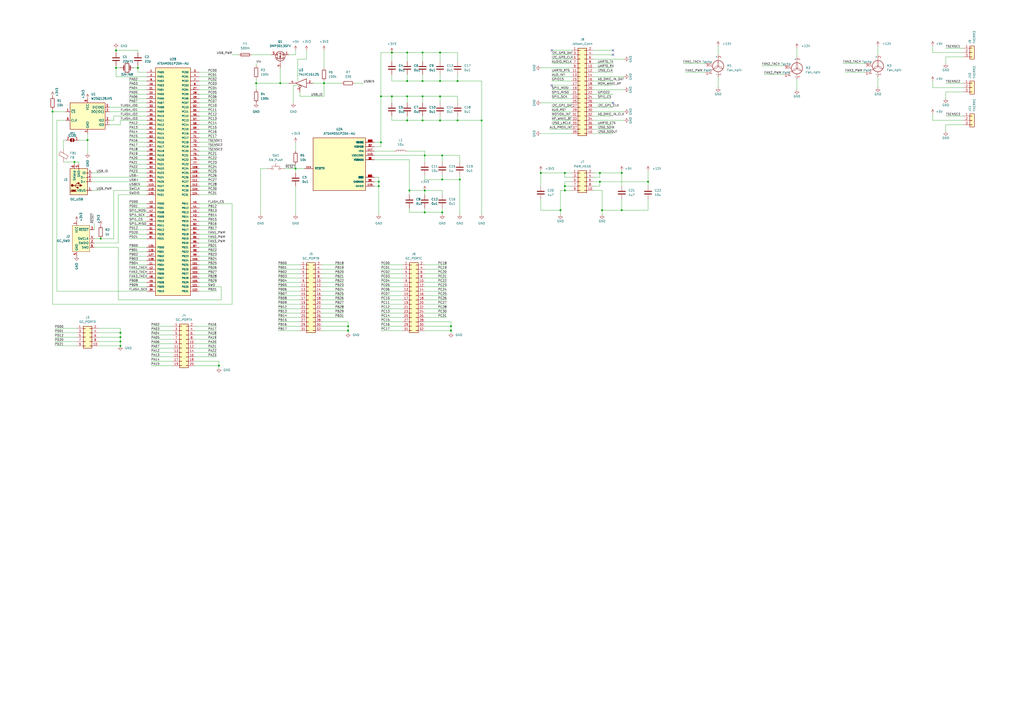
<source format=kicad_sch>
(kicad_sch (version 20211123) (generator eeschema)
  (paper "A2")
  (junction (at 349.25 121.92))
  (junction (at 30.48 64.77))
  (junction (at 313.69 100.33))
  (junction (at 256.54 90.17))
  (junction (at 148.59 48.26))
  (junction (at 219.71 105.41))
  (junction (at 327.66 107.95))
  (junction (at 69.85 193.04))
  (junction (at 347.98 100.33))
  (junction (at 69.85 195.58))
  (junction (at 245.11 46.99))
  (junction (at 219.71 107.95))
  (junction (at 69.85 200.66))
  (junction (at 261.62 191.77))
  (junction (at 266.7 104.14))
  (junction (at 127 212.09))
  (junction (at 255.27 55.88))
  (junction (at 245.11 55.88))
  (junction (at 171.45 97.79))
  (junction (at 255.27 30.48))
  (junction (at 347.98 105.41))
  (junction (at 375.92 105.41))
  (junction (at 220.98 82.55))
  (junction (at 67.31 39.37))
  (junction (at 246.38 123.19))
  (junction (at 279.4 69.85))
  (junction (at 201.93 191.77))
  (junction (at 236.22 46.99))
  (junction (at 227.33 30.48))
  (junction (at 245.11 69.85))
  (junction (at 327.66 100.33))
  (junction (at 255.27 46.99))
  (junction (at 360.68 121.92))
  (junction (at 236.22 69.85))
  (junction (at 69.85 198.12))
  (junction (at 236.22 55.88))
  (junction (at 58.42 138.43))
  (junction (at 360.68 100.33))
  (junction (at 245.11 30.48))
  (junction (at 236.22 30.48))
  (junction (at 265.43 69.85))
  (junction (at 201.93 189.23))
  (junction (at 256.54 123.19))
  (junction (at 227.33 55.88))
  (junction (at 256.54 104.14))
  (junction (at 265.43 46.99))
  (junction (at 162.56 48.26))
  (junction (at 220.98 55.88))
  (junction (at 43.18 93.98))
  (junction (at 237.49 110.49))
  (junction (at 50.8 81.28))
  (junction (at 67.31 29.21))
  (junction (at 255.27 69.85))
  (junction (at 187.96 48.26))
  (junction (at 246.38 110.49))
  (junction (at 327.66 110.49))
  (junction (at 261.62 189.23))
  (junction (at 246.38 90.17))
  (junction (at 80.01 39.37))
  (junction (at 325.12 121.92))
  (no_connect (at 320.04 29.21))
  (no_connect (at 355.6 31.75))
  (no_connect (at 355.6 59.69))
  (no_connect (at 355.6 29.21))
  (no_connect (at 320.04 49.53))
  (bus_entry (at -6.35 106.68) (size 2.54 2.54))
  (bus_entry (at 833.12 726.44) (size 2.54 2.54))
  (bus_entry (at -3.81 138.43) (size 2.54 2.54))
  (wire (pts (xy 320.04 69.85) (xy 331.47 69.85)))
  (wire (pts (xy 320.04 64.77) (xy 331.47 64.77)))
  (wire (pts (xy 125.73 69.85) (xy 115.57 69.85)))
  (wire (pts (xy 45.72 95.25) (xy 45.72 93.98)))
  (wire (pts (xy 63.5 62.23) (xy 85.09 62.23)))
  (wire (pts (xy 113.03 201.93) (xy 125.73 201.93)))
  (wire (pts (xy 360.68 100.33) (xy 360.68 107.95)))
  (wire (pts (xy 125.73 140.97) (xy 115.57 140.97)))
  (wire (pts (xy 187.96 48.26) (xy 181.61 48.26)))
  (wire (pts (xy 161.29 163.83) (xy 173.99 163.83)))
  (wire (pts (xy 220.98 176.53) (xy 233.68 176.53)))
  (wire (pts (xy 125.73 41.91) (xy 115.57 41.91)))
  (wire (pts (xy 201.93 186.69) (xy 201.93 189.23)))
  (wire (pts (xy 63.5 64.77) (xy 85.09 64.77)))
  (wire (pts (xy 462.28 45.72) (xy 462.28 52.07)))
  (wire (pts (xy 344.17 100.33) (xy 347.98 100.33)))
  (wire (pts (xy 246.38 171.45) (xy 259.08 171.45)))
  (wire (pts (xy 80.01 41.91) (xy 85.09 41.91)))
  (wire (pts (xy 38.1 64.77) (xy 30.48 64.77)))
  (wire (pts (xy 115.57 143.51) (xy 125.73 143.51)))
  (wire (pts (xy 57.15 198.12) (xy 69.85 198.12)))
  (wire (pts (xy 265.43 30.48) (xy 265.43 35.56)))
  (wire (pts (xy 217.17 82.55) (xy 220.98 82.55)))
  (wire (pts (xy 69.85 198.12) (xy 69.85 195.58)))
  (wire (pts (xy 85.09 120.65) (xy 74.93 120.65)))
  (wire (pts (xy 220.98 171.45) (xy 233.68 171.45)))
  (wire (pts (xy 186.69 184.15) (xy 199.39 184.15)))
  (wire (pts (xy 255.27 46.99) (xy 265.43 46.99)))
  (wire (pts (xy 318.77 74.93) (xy 331.47 74.93)))
  (wire (pts (xy 125.73 97.79) (xy 115.57 97.79)))
  (wire (pts (xy 279.4 46.99) (xy 279.4 69.85)))
  (wire (pts (xy 57.15 193.04) (xy 69.85 193.04)))
  (wire (pts (xy 113.03 194.31) (xy 125.73 194.31)))
  (wire (pts (xy 327.66 110.49) (xy 331.47 110.49)))
  (wire (pts (xy 548.64 72.39) (xy 558.8 72.39)))
  (wire (pts (xy 125.73 46.99) (xy 115.57 46.99)))
  (wire (pts (xy 313.69 59.69) (xy 331.47 59.69)))
  (wire (pts (xy 237.49 92.71) (xy 237.49 110.49)))
  (wire (pts (xy 246.38 93.98) (xy 246.38 90.17)))
  (wire (pts (xy 313.69 77.47) (xy 331.47 77.47)))
  (wire (pts (xy 148.59 38.1) (xy 148.59 36.83)))
  (wire (pts (xy 186.69 153.67) (xy 199.39 153.67)))
  (wire (pts (xy 125.73 92.71) (xy 115.57 92.71)))
  (wire (pts (xy 85.09 82.55) (xy 74.93 82.55)))
  (wire (pts (xy 186.69 181.61) (xy 199.39 181.61)))
  (wire (pts (xy 115.57 118.11) (xy 134.62 118.11)))
  (wire (pts (xy 53.34 102.87) (xy 85.09 102.87)))
  (wire (pts (xy 344.17 72.39) (xy 355.6 72.39)))
  (wire (pts (xy 113.03 212.09) (xy 127 212.09)))
  (wire (pts (xy 256.54 110.49) (xy 256.54 113.03)))
  (wire (pts (xy 87.63 196.85) (xy 100.33 196.85)))
  (wire (pts (xy 320.04 62.23) (xy 331.47 62.23)))
  (wire (pts (xy 220.98 156.21) (xy 233.68 156.21)))
  (wire (pts (xy 220.98 163.83) (xy 233.68 163.83)))
  (wire (pts (xy 256.54 124.46) (xy 256.54 123.19)))
  (wire (pts (xy 85.09 49.53) (xy 74.93 49.53)))
  (wire (pts (xy 125.73 49.53) (xy 115.57 49.53)))
  (wire (pts (xy 36.83 86.36) (xy 36.83 81.28)))
  (wire (pts (xy 125.73 123.19) (xy 115.57 123.19)))
  (wire (pts (xy 167.64 48.26) (xy 162.56 48.26)))
  (wire (pts (xy 313.69 121.92) (xy 325.12 121.92)))
  (wire (pts (xy 85.09 118.11) (xy 74.93 118.11)))
  (wire (pts (xy 127 209.55) (xy 127 212.09)))
  (wire (pts (xy 87.63 194.31) (xy 100.33 194.31)))
  (wire (pts (xy 125.73 95.25) (xy 115.57 95.25)))
  (wire (pts (xy 375.92 105.41) (xy 375.92 99.06)))
  (wire (pts (xy 344.17 39.37) (xy 355.6 39.37)))
  (wire (pts (xy 227.33 69.85) (xy 236.22 69.85)))
  (wire (pts (xy 125.73 125.73) (xy 115.57 125.73)))
  (wire (pts (xy 125.73 163.83) (xy 115.57 163.83)))
  (wire (pts (xy 85.09 52.07) (xy 74.93 52.07)))
  (wire (pts (xy 125.73 102.87) (xy 115.57 102.87)))
  (wire (pts (xy 113.03 189.23) (xy 125.73 189.23)))
  (wire (pts (xy 548.64 53.34) (xy 558.8 53.34)))
  (wire (pts (xy 509.27 31.75) (xy 509.27 26.67)))
  (wire (pts (xy 161.29 181.61) (xy 173.99 181.61)))
  (wire (pts (xy 219.71 102.87) (xy 219.71 105.41)))
  (wire (pts (xy 237.49 110.49) (xy 237.49 113.03)))
  (wire (pts (xy 31.75 195.58) (xy 44.45 195.58)))
  (wire (pts (xy 87.63 204.47) (xy 100.33 204.47)))
  (wire (pts (xy 186.69 179.07) (xy 199.39 179.07)))
  (wire (pts (xy 127 212.09) (xy 127 213.36)))
  (wire (pts (xy 125.73 133.35) (xy 115.57 133.35)))
  (wire (pts (xy 265.43 46.99) (xy 265.43 43.18)))
  (wire (pts (xy 246.38 166.37) (xy 259.08 166.37)))
  (wire (pts (xy 220.98 184.15) (xy 233.68 184.15)))
  (wire (pts (xy 161.29 171.45) (xy 173.99 171.45)))
  (wire (pts (xy 53.34 110.49) (xy 58.42 110.49)))
  (wire (pts (xy 186.69 166.37) (xy 199.39 166.37)))
  (wire (pts (xy 227.33 43.18) (xy 227.33 46.99)))
  (wire (pts (xy 125.73 64.77) (xy 115.57 64.77)))
  (wire (pts (xy 236.22 67.31) (xy 236.22 69.85)))
  (wire (pts (xy 85.09 135.89) (xy 74.93 135.89)))
  (wire (pts (xy 320.04 29.21) (xy 331.47 29.21)))
  (wire (pts (xy 548.64 48.26) (xy 558.8 48.26)))
  (wire (pts (xy 186.69 176.53) (xy 199.39 176.53)))
  (wire (pts (xy 173.99 53.34) (xy 173.99 55.88)))
  (wire (pts (xy 187.96 46.99) (xy 187.96 48.26)))
  (wire (pts (xy 548.64 67.31) (xy 558.8 67.31)))
  (wire (pts (xy 347.98 100.33) (xy 360.68 100.33)))
  (wire (pts (xy 313.69 99.06) (xy 313.69 100.33)))
  (wire (pts (xy 227.33 46.99) (xy 236.22 46.99)))
  (wire (pts (xy 125.73 87.63) (xy 115.57 87.63)))
  (wire (pts (xy 246.38 181.61) (xy 259.08 181.61)))
  (wire (pts (xy 87.63 209.55) (xy 100.33 209.55)))
  (wire (pts (xy 220.98 166.37) (xy 233.68 166.37)))
  (wire (pts (xy 161.29 153.67) (xy 173.99 153.67)))
  (wire (pts (xy 125.73 138.43) (xy 115.57 138.43)))
  (wire (pts (xy 125.73 44.45) (xy 115.57 44.45)))
  (wire (pts (xy 245.11 55.88) (xy 245.11 59.69)))
  (wire (pts (xy 85.09 143.51) (xy 74.93 143.51)))
  (wire (pts (xy 320.04 46.99) (xy 331.47 46.99)))
  (wire (pts (xy 347.98 102.87) (xy 347.98 100.33)))
  (wire (pts (xy 31.75 200.66) (xy 44.45 200.66)))
  (wire (pts (xy 205.74 48.26) (xy 210.82 48.26)))
  (wire (pts (xy 85.09 161.29) (xy 74.93 161.29)))
  (wire (pts (xy 255.27 55.88) (xy 265.43 55.88)))
  (wire (pts (xy 375.92 107.95) (xy 375.92 105.41)))
  (wire (pts (xy 63.5 72.39) (xy 69.85 72.39)))
  (wire (pts (xy 161.29 191.77) (xy 173.99 191.77)))
  (wire (pts (xy 246.38 153.67) (xy 259.08 153.67)))
  (wire (pts (xy 186.69 156.21) (xy 199.39 156.21)))
  (wire (pts (xy 236.22 87.63) (xy 246.38 87.63)))
  (wire (pts (xy 80.01 39.37) (xy 80.01 38.1)))
  (wire (pts (xy 375.92 115.57) (xy 375.92 121.92)))
  (wire (pts (xy 125.73 168.91) (xy 115.57 168.91)))
  (wire (pts (xy 255.27 67.31) (xy 255.27 69.85)))
  (wire (pts (xy 113.03 209.55) (xy 127 209.55)))
  (wire (pts (xy 256.54 104.14) (xy 266.7 104.14)))
  (wire (pts (xy 246.38 176.53) (xy 259.08 176.53)))
  (wire (pts (xy 245.11 67.31) (xy 245.11 69.85)))
  (wire (pts (xy 201.93 189.23) (xy 201.93 191.77)))
  (wire (pts (xy 331.47 105.41) (xy 327.66 105.41)))
  (wire (pts (xy 85.09 128.27) (xy 74.93 128.27)))
  (wire (pts (xy 219.71 105.41) (xy 217.17 105.41)))
  (wire (pts (xy 54.61 143.51) (xy 68.58 143.51)))
  (wire (pts (xy 327.66 102.87) (xy 327.66 100.33)))
  (wire (pts (xy 261.62 186.69) (xy 261.62 189.23)))
  (wire (pts (xy 246.38 101.6) (xy 246.38 104.14)))
  (wire (pts (xy 344.17 46.99) (xy 355.6 46.99)))
  (wire (pts (xy 325.12 110.49) (xy 325.12 121.92)))
  (wire (pts (xy 320.04 34.29) (xy 331.47 34.29)))
  (wire (pts (xy 347.98 105.41) (xy 347.98 107.95)))
  (wire (pts (xy 161.29 156.21) (xy 173.99 156.21)))
  (wire (pts (xy 313.69 107.95) (xy 313.69 100.33)))
  (wire (pts (xy 227.33 67.31) (xy 227.33 69.85)))
  (wire (pts (xy 85.09 148.59) (xy 74.93 148.59)))
  (wire (pts (xy 161.29 158.75) (xy 173.99 158.75)))
  (wire (pts (xy 85.09 85.09) (xy 74.93 85.09)))
  (wire (pts (xy 441.96 38.1) (xy 454.66 38.1)))
  (wire (pts (xy 220.98 153.67) (xy 233.68 153.67)))
  (wire (pts (xy 219.71 105.41) (xy 219.71 107.95)))
  (wire (pts (xy 246.38 156.21) (xy 259.08 156.21)))
  (wire (pts (xy 220.98 55.88) (xy 220.98 30.48)))
  (wire (pts (xy 172.72 49.53) (xy 170.18 49.53)))
  (wire (pts (xy 265.43 69.85) (xy 279.4 69.85)))
  (wire (pts (xy 220.98 191.77) (xy 233.68 191.77)))
  (wire (pts (xy 85.09 92.71) (xy 74.93 92.71)))
  (wire (pts (xy 220.98 82.55) (xy 220.98 85.09)))
  (wire (pts (xy 85.09 158.75) (xy 74.93 158.75)))
  (wire (pts (xy 67.31 29.21) (xy 67.31 30.48)))
  (wire (pts (xy 246.38 110.49) (xy 246.38 113.03)))
  (wire (pts (xy 186.69 171.45) (xy 199.39 171.45)))
  (wire (pts (xy 443.23 43.18) (xy 454.66 43.18)))
  (wire (pts (xy 85.09 74.93) (xy 74.93 74.93)))
  (wire (pts (xy 344.17 49.53) (xy 355.6 49.53)))
  (wire (pts (xy 344.17 110.49) (xy 349.25 110.49)))
  (wire (pts (xy 85.09 163.83) (xy 74.93 163.83)))
  (wire (pts (xy 115.57 166.37) (xy 128.27 166.37)))
  (wire (pts (xy 320.04 44.45) (xy 331.47 44.45)))
  (wire (pts (xy 171.45 97.79) (xy 171.45 95.25)))
  (wire (pts (xy 151.13 124.46) (xy 151.13 97.79)))
  (wire (pts (xy 66.04 110.49) (xy 85.09 110.49)))
  (wire (pts (xy 125.73 52.07) (xy 115.57 52.07)))
  (wire (pts (xy 161.29 166.37) (xy 173.99 166.37)))
  (wire (pts (xy 220.98 186.69) (xy 233.68 186.69)))
  (wire (pts (xy 246.38 110.49) (xy 256.54 110.49)))
  (wire (pts (xy 50.8 81.28) (xy 50.8 88.9)))
  (wire (pts (xy 246.38 120.65) (xy 246.38 123.19)))
  (wire (pts (xy 220.98 161.29) (xy 233.68 161.29)))
  (wire (pts (xy 266.7 90.17) (xy 266.7 93.98)))
  (wire (pts (xy 325.12 121.92) (xy 325.12 124.46)))
  (wire (pts (xy 320.04 49.53) (xy 331.47 49.53)))
  (wire (pts (xy 245.11 30.48) (xy 255.27 30.48)))
  (wire (pts (xy 246.38 90.17) (xy 256.54 90.17)))
  (wire (pts (xy 54.61 138.43) (xy 58.42 138.43)))
  (wire (pts (xy 227.33 55.88) (xy 227.33 59.69)))
  (wire (pts (xy 325.12 110.49) (xy 327.66 110.49)))
  (wire (pts (xy 134.62 176.53) (xy 134.62 118.11)))
  (wire (pts (xy 125.73 80.01) (xy 115.57 80.01)))
  (wire (pts (xy 236.22 55.88) (xy 245.11 55.88)))
  (wire (pts (xy 125.73 156.21) (xy 115.57 156.21)))
  (wire (pts (xy 33.02 168.91) (xy 85.09 168.91)))
  (wire (pts (xy 246.38 179.07) (xy 259.08 179.07)))
  (wire (pts (xy 541.02 30.48) (xy 558.8 30.48)))
  (wire (pts (xy 320.04 41.91) (xy 331.47 41.91)))
  (wire (pts (xy 113.03 207.01) (xy 125.73 207.01)))
  (wire (pts (xy 85.09 153.67) (xy 74.93 153.67)))
  (wire (pts (xy 176.53 97.79) (xy 171.45 97.79)))
  (wire (pts (xy 261.62 189.23) (xy 261.62 191.77)))
  (wire (pts (xy 201.93 191.77) (xy 201.93 193.04)))
  (wire (pts (xy 548.64 53.34) (xy 548.64 57.15)))
  (wire (pts (xy 85.09 107.95) (xy 74.93 107.95)))
  (wire (pts (xy 148.59 48.26) (xy 148.59 52.07)))
  (wire (pts (xy 63.5 69.85) (xy 66.04 69.85)))
  (wire (pts (xy 255.27 43.18) (xy 255.27 46.99)))
  (wire (pts (xy 256.54 90.17) (xy 266.7 90.17)))
  (wire (pts (xy 245.11 35.56) (xy 245.11 30.48)))
  (wire (pts (xy 360.68 115.57) (xy 360.68 121.92)))
  (wire (pts (xy 171.45 107.95) (xy 171.45 124.46)))
  (wire (pts (xy 161.29 173.99) (xy 173.99 173.99)))
  (wire (pts (xy 69.85 69.85) (xy 85.09 69.85)))
  (wire (pts (xy 67.31 39.37) (xy 67.31 44.45)))
  (wire (pts (xy 344.17 52.07) (xy 361.95 52.07)))
  (wire (pts (xy 85.09 90.17) (xy 74.93 90.17)))
  (wire (pts (xy 246.38 123.19) (xy 237.49 123.19)))
  (wire (pts (xy 541.02 30.48) (xy 541.02 26.67)))
  (wire (pts (xy 80.01 39.37) (xy 80.01 41.91)))
  (wire (pts (xy 313.69 39.37) (xy 331.47 39.37)))
  (wire (pts (xy 85.09 123.19) (xy 74.93 123.19)))
  (wire (pts (xy 246.38 161.29) (xy 259.08 161.29)))
  (wire (pts (xy 161.29 184.15) (xy 173.99 184.15)))
  (wire (pts (xy 344.17 57.15) (xy 354.33 57.15)))
  (wire (pts (xy 173.99 55.88) (xy 187.96 55.88)))
  (wire (pts (xy 113.03 204.47) (xy 125.73 204.47)))
  (wire (pts (xy 67.31 44.45) (xy 85.09 44.45)))
  (wire (pts (xy 220.98 181.61) (xy 233.68 181.61)))
  (wire (pts (xy 125.73 113.03) (xy 115.57 113.03)))
  (wire (pts (xy 245.11 46.99) (xy 255.27 46.99)))
  (wire (pts (xy 344.17 41.91) (xy 355.6 41.91)))
  (wire (pts (xy 54.61 129.54) (xy 54.61 133.35)))
  (wire (pts (xy 541.02 50.8) (xy 541.02 46.99)))
  (wire (pts (xy 36.83 93.98) (xy 43.18 93.98)))
  (wire (pts (xy 125.73 59.69) (xy 115.57 59.69)))
  (wire (pts (xy 541.02 50.8) (xy 558.8 50.8)))
  (wire (pts (xy 69.85 39.37) (xy 67.31 39.37)))
  (wire (pts (xy 416.56 44.45) (xy 416.56 50.8)))
  (wire (pts (xy 541.02 69.85) (xy 541.02 66.04)))
  (wire (pts (xy 217.17 90.17) (xy 246.38 90.17)))
  (wire (pts (xy 313.69 115.57) (xy 313.69 121.92)))
  (wire (pts (xy 66.04 69.85) (xy 66.04 67.31)))
  (wire (pts (xy 236.22 30.48) (xy 245.11 30.48)))
  (wire (pts (xy 85.09 87.63) (xy 74.93 87.63)))
  (wire (pts (xy 236.22 43.18) (xy 236.22 46.99)))
  (wire (pts (xy 85.09 151.13) (xy 74.93 151.13)))
  (wire (pts (xy 187.96 55.88) (xy 187.96 48.26)))
  (wire (pts (xy 488.95 36.83) (xy 501.65 36.83)))
  (wire (pts (xy 36.83 81.28) (xy 38.1 81.28)))
  (wire (pts (xy 172.72 46.99) (xy 172.72 34.29)))
  (wire (pts (xy 320.04 67.31) (xy 331.47 67.31)))
  (wire (pts (xy 68.58 143.51) (xy 68.58 173.99)))
  (wire (pts (xy 177.8 34.29) (xy 177.8 29.21)))
  (wire (pts (xy 45.72 93.98) (xy 43.18 93.98)))
  (wire (pts (xy 125.73 62.23) (xy 115.57 62.23)))
  (wire (pts (xy 125.73 128.27) (xy 115.57 128.27)))
  (wire (pts (xy 33.02 69.85) (xy 33.02 168.91)))
  (wire (pts (xy 148.59 45.72) (xy 148.59 48.26)))
  (wire (pts (xy 187.96 48.26) (xy 198.12 48.26)))
  (wire (pts (xy 375.92 121.92) (xy 360.68 121.92)))
  (wire (pts (xy 227.33 30.48) (xy 227.33 35.56)))
  (wire (pts (xy 548.64 33.02) (xy 548.64 36.83)))
  (wire (pts (xy 360.68 121.92) (xy 349.25 121.92)))
  (wire (pts (xy 344.17 29.21) (xy 355.6 29.21)))
  (wire (pts (xy 344.17 64.77) (xy 361.95 64.77)))
  (wire (pts (xy 237.49 123.19) (xy 237.49 120.65)))
  (wire (pts (xy 125.73 161.29) (xy 115.57 161.29)))
  (wire (pts (xy 31.75 193.04) (xy 44.45 193.04)))
  (wire (pts (xy 87.63 189.23) (xy 100.33 189.23)))
  (wire (pts (xy 344.17 34.29) (xy 361.95 34.29)))
  (wire (pts (xy 57.15 200.66) (xy 69.85 200.66)))
  (wire (pts (xy 125.73 120.65) (xy 115.57 120.65)))
  (wire (pts (xy 344.17 44.45) (xy 361.95 44.45)))
  (wire (pts (xy 186.69 161.29) (xy 199.39 161.29)))
  (wire (pts (xy 161.29 161.29) (xy 173.99 161.29)))
  (wire (pts (xy 161.29 186.69) (xy 173.99 186.69)))
  (wire (pts (xy 320.04 57.15) (xy 331.47 57.15)))
  (wire (pts (xy 220.98 173.99) (xy 233.68 173.99)))
  (wire (pts (xy 320.04 54.61) (xy 331.47 54.61)))
  (wire (pts (xy 256.54 120.65) (xy 256.54 123.19)))
  (wire (pts (xy 85.09 77.47) (xy 74.93 77.47)))
  (wire (pts (xy 69.85 198.12) (xy 69.85 200.66)))
  (wire (pts (xy 68.58 173.99) (xy 128.27 173.99)))
  (wire (pts (xy 125.73 74.93) (xy 115.57 74.93)))
  (wire (pts (xy 228.6 87.63) (xy 217.17 87.63)))
  (wire (pts (xy 256.54 123.19) (xy 246.38 123.19)))
  (wire (pts (xy 125.73 110.49) (xy 115.57 110.49)))
  (wire (pts (xy 327.66 105.41) (xy 327.66 107.95)))
  (wire (pts (xy 349.25 110.49) (xy 349.25 121.92)))
  (wire (pts (xy 548.64 27.94) (xy 558.8 27.94)))
  (wire (pts (xy 67.31 27.94) (xy 67.31 29.21)))
  (wire (pts (xy 246.38 189.23) (xy 261.62 189.23)))
  (wire (pts (xy 125.73 100.33) (xy 115.57 100.33)))
  (wire (pts (xy 246.38 104.14) (xy 256.54 104.14)))
  (wire (pts (xy 220.98 189.23) (xy 233.68 189.23)))
  (wire (pts (xy 255.27 69.85) (xy 265.43 69.85)))
  (wire (pts (xy 279.4 69.85) (xy 279.4 124.46)))
  (wire (pts (xy 344.17 59.69) (xy 355.6 59.69)))
  (wire (pts (xy 125.73 90.17) (xy 115.57 90.17)))
  (wire (pts (xy 87.63 212.09) (xy 100.33 212.09)))
  (wire (pts (xy 187.96 29.21) (xy 187.96 39.37)))
  (wire (pts (xy 85.09 72.39) (xy 74.93 72.39)))
  (wire (pts (xy 541.02 69.85) (xy 558.8 69.85)))
  (wire (pts (xy 85.09 95.25) (xy 74.93 95.25)))
  (wire (pts (xy 38.1 69.85) (xy 33.02 69.85)))
  (wire (pts (xy 245.11 55.88) (xy 255.27 55.88)))
  (wire (pts (xy 161.29 179.07) (xy 173.99 179.07)))
  (wire (pts (xy 151.13 97.79) (xy 154.94 97.79)))
  (wire (pts (xy 320.04 31.75) (xy 331.47 31.75)))
  (wire (pts (xy 85.09 166.37) (xy 74.93 166.37)))
  (wire (pts (xy 246.38 87.63) (xy 246.38 90.17)))
  (wire (pts (xy 266.7 104.14) (xy 266.7 124.46)))
  (wire (pts (xy 344.17 62.23) (xy 355.6 62.23)))
  (wire (pts (xy 186.69 186.69) (xy 201.93 186.69)))
  (wire (pts (xy 255.27 30.48) (xy 265.43 30.48)))
  (wire (pts (xy 85.09 100.33) (xy 74.93 100.33)))
  (wire (pts (xy 246.38 186.69) (xy 261.62 186.69)))
  (wire (pts (xy 85.09 133.35) (xy 74.93 133.35)))
  (wire (pts (xy 344.17 67.31) (xy 355.6 67.31)))
  (wire (pts (xy 125.73 146.05) (xy 115.57 146.05)))
  (wire (pts (xy 30.48 63.5) (xy 30.48 64.77)))
  (wire (pts (xy 255.27 35.56) (xy 255.27 30.48)))
  (wire (pts (xy 172.72 34.29) (xy 177.8 34.29)))
  (wire (pts (xy 125.73 57.15) (xy 115.57 57.15)))
  (wire (pts (xy 327.66 107.95) (xy 327.66 110.49)))
  (wire (pts (xy 87.63 191.77) (xy 100.33 191.77)))
  (wire (pts (xy 113.03 199.39) (xy 125.73 199.39)))
  (wire (pts (xy 246.38 184.15) (xy 259.08 184.15)))
  (wire (pts (xy 320.04 52.07) (xy 331.47 52.07)))
  (wire (pts (xy 43.18 93.98) (xy 43.18 95.25)))
  (wire (pts (xy 220.98 179.07) (xy 233.68 179.07)))
  (wire (pts (xy 67.31 29.21) (xy 80.01 29.21)))
  (wire (pts (xy 256.54 90.17) (xy 256.54 93.98)))
  (wire (pts (xy 113.03 196.85) (xy 125.73 196.85)))
  (wire (pts (xy 125.73 151.13) (xy 115.57 151.13)))
  (wire (pts (xy 125.73 54.61) (xy 115.57 54.61)))
  (wire (pts (xy 344.17 54.61) (xy 355.6 54.61)))
  (wire (pts (xy 125.73 130.81) (xy 115.57 130.81)))
  (wire (pts (xy 165.1 97.79) (xy 171.45 97.79)))
  (wire (pts (xy 54.61 140.97) (xy 68.58 140.97)))
  (wire (pts (xy 331.47 107.95) (xy 327.66 107.95)))
  (wire (pts (xy 246.38 163.83) (xy 259.08 163.83)))
  (wire (pts (xy 161.29 189.23) (xy 173.99 189.23)))
  (wire (pts (xy 220.98 158.75) (xy 233.68 158.75)))
  (wire (pts (xy 85.09 59.69) (xy 74.93 59.69)))
  (wire (pts (xy 31.75 198.12) (xy 44.45 198.12)))
  (wire (pts (xy 85.09 125.73) (xy 74.93 125.73)))
  (wire (pts (xy 69.85 72.39) (xy 69.85 69.85)))
  (wire (pts (xy 360.68 100.33) (xy 360.68 99.06)))
  (wire (pts (xy 313.69 100.33) (xy 327.66 100.33)))
  (wire (pts (xy 186.69 189.23) (xy 201.93 189.23)))
  (wire (pts (xy 397.51 41.91) (xy 408.94 41.91)))
  (wire (pts (xy 30.48 64.77) (xy 30.48 176.53)))
  (wire (pts (xy 125.73 82.55) (xy 115.57 82.55)))
  (wire (pts (xy 236.22 46.99) (xy 245.11 46.99)))
  (wire (pts (xy 125.73 107.95) (xy 115.57 107.95)))
  (wire (pts (xy 344.17 102.87) (xy 347.98 102.87)))
  (wire (pts (xy 170.18 49.53) (xy 170.18 59.69)))
  (wire (pts (xy 256.54 101.6) (xy 256.54 104.14)))
  (wire (pts (xy 236.22 55.88) (xy 236.22 59.69)))
  (wire (pts (xy 125.73 85.09) (xy 115.57 85.09)))
  (wire (pts (xy 85.09 54.61) (xy 74.93 54.61)))
  (wire (pts (xy 217.17 102.87) (xy 219.71 102.87)))
  (wire (pts (xy 265.43 46.99) (xy 279.4 46.99)))
  (wire (pts (xy 344.17 77.47) (xy 355.6 77.47)))
  (wire (pts (xy 85.09 146.05) (xy 74.93 146.05)))
  (wire (pts (xy 53.34 100.33) (xy 58.42 100.33)))
  (wire (pts (xy 246.38 191.77) (xy 261.62 191.77)))
  (wire (pts (xy 261.62 191.77) (xy 261.62 193.04)))
  (wire (pts (xy 50.8 77.47) (xy 50.8 81.28)))
  (wire (pts (xy 77.47 39.37) (xy 80.01 39.37)))
  (wire (pts (xy 548.64 33.02) (xy 558.8 33.02)))
  (wire (pts (xy 246.38 168.91) (xy 259.08 168.91)))
  (wire (pts (xy 125.73 72.39) (xy 115.57 72.39)))
  (wire (pts (xy 237.49 110.49) (xy 246.38 110.49)))
  (wire (pts (xy 68.58 113.03) (xy 85.09 113.03)))
  (wire (pts (xy 69.85 193.04) (xy 69.85 195.58)))
  (wire (pts (xy 171.45 29.21) (xy 171.45 31.75)))
  (wire (pts (xy 462.28 33.02) (xy 462.28 27.94)))
  (wire (pts (xy 66.04 67.31) (xy 85.09 67.31)))
  (wire (pts (xy 87.63 199.39) (xy 100.33 199.39)))
  (wire (pts (xy 128.27 173.99) (xy 128.27 166.37)))
  (wire (pts (xy 548.64 72.39) (xy 548.64 76.2)))
  (wire (pts (xy 146.05 31.75) (xy 157.48 31.75)))
  (wire (pts (xy 57.15 195.58) (xy 69.85 195.58)))
  (wire (pts (xy 220.98 82.55) (xy 220.98 55.88)))
  (wire (pts (xy 331.47 102.87) (xy 327.66 102.87)))
  (wire (pts (xy 68.58 140.97) (xy 68.58 113.03)))
  (wire (pts (xy 245.11 43.18) (xy 245.11 46.99)))
  (wire (pts (xy 347.98 105.41) (xy 375.92 105.41)))
  (wire (pts (xy 85.09 156.21) (xy 74.93 156.21)))
  (wire (pts (xy 344.17 74.93) (xy 355.6 74.93)))
  (wire (pts (xy 69.85 190.5) (xy 69.85 193.04)))
  (wire (pts (xy 347.98 107.95) (xy 344.17 107.95)))
  (wire (pts (xy 236.22 69.85) (xy 245.11 69.85)))
  (wire (pts (xy 186.69 163.83) (xy 199.39 163.83)))
  (wire (pts (xy 125.73 153.67) (xy 115.57 153.67)))
  (wire (pts (xy 161.29 176.53) (xy 173.99 176.53)))
  (wire (pts (xy 509.27 44.45) (xy 509.27 50.8)))
  (wire (pts (xy 125.73 77.47) (xy 115.57 77.47)))
  (wire (pts (xy 265.43 55.88) (xy 265.43 59.69)))
  (wire (pts (xy 327.66 100.33) (xy 331.47 100.33)))
  (wire (pts (xy 87.63 207.01) (xy 100.33 207.01)))
  (wire (pts (xy 245.11 69.85) (xy 255.27 69.85)))
  (wire (pts (xy 66.04 138.43) (xy 58.42 138.43)))
  (wire (pts (xy 45.72 81.28) (xy 50.8 81.28)))
  (wire (pts (xy 320.04 72.39) (xy 331.47 72.39)))
  (wire (pts (xy 85.09 46.99) (xy 74.93 46.99)))
  (wire (pts (xy 349.25 121.92) (xy 349.25 124.46)))
  (wire (pts (xy 85.09 97.79) (xy 74.93 97.79)))
  (wire (pts (xy 186.69 158.75) (xy 199.39 158.75)))
  (wire (pts (xy 490.22 41.91) (xy 501.65 41.91)))
  (wire (pts (xy 344.17 31.75) (xy 355.6 31.75)))
  (wire (pts (xy 161.29 168.91) (xy 173.99 168.91)))
  (wire (pts (xy 162.56 48.26) (xy 148.59 48.26)))
  (wire (pts (xy 125.73 158.75) (xy 115.57 158.75)))
  (wire (pts (xy 53.34 105.41) (xy 85.09 105.41)))
  (wire (pts (xy 227.33 55.88) (xy 236.22 55.88)))
  (wire (pts (xy 85.09 80.01) (xy 74.93 80.01)))
  (wire (pts (xy 113.03 191.77) (xy 125.73 191.77)))
  (wire (pts (xy 167.64 31.75) (xy 171.45 31.75)))
  (wire (pts (xy 217.17 107.95) (xy 219.71 107.95)))
  (wire (pts (xy 171.45 97.79) (xy 171.45 100.33)))
  (wire (pts (xy 85.09 130.81) (xy 74.93 130.81)))
  (wire (pts (xy 67.31 39.37) (xy 67.31 38.1)))
  (wire (pts (xy 186.69 168.91) (xy 199.39 168.91)))
  (wire (pts (xy 344.17 69.85) (xy 361.95 69.85)))
  (wire (pts (xy 85.09 138.43) (xy 74.93 138.43)))
  (wire (pts (xy 265.43 69.85) (xy 265.43 67.31)))
  (wire (pts (xy 246.38 158.75) (xy 259.08 158.75)))
  (wire (pts (xy 396.24 36.83) (xy 408.94 36.83)))
  (wire (pts (xy 217.17 92.71) (xy 237.49 92.71)))
  (wire (pts (xy 125.73 135.89) (xy 115.57 135.89)))
  (wire (pts (xy 416.56 31.75) (xy 416.56 26.67)))
  (wire (pts (xy 219.71 107.95) (xy 219.71 124.46)))
  (wire (pts (xy 125.73 148.59) (xy 115.57 148.59)))
  (wire (pts (xy 320.04 36.83) (xy 331.47 36.83)))
  (wire (pts (xy 220.98 55.88) (xy 227.33 55.88)))
  (wire (pts (xy 85.09 57.15) (xy 74.93 57.15)))
  (wire (pts (xy 162.56 48.26) (xy 162.56 39.37)))
  (wire (pts (xy 125.73 67.31) (xy 115.57 67.31)))
  (wire (pts (xy 220.98 30.48) (xy 227.33 30.48)))
  (wire (pts (xy 171.45 87.63) (xy 171.45 82.55)))
  (wire (pts (xy 134.62 31.75) (xy 138.43 31.75)))
  (wire (pts (xy 186.69 191.77) (xy 201.93 191.77)))
  (wire (pts (xy 66.04 138.43) (xy 66.04 110.49)))
  (wire (pts (xy 220.98 85.09) (xy 217.17 85.09)))
  (wire (pts (xy 125.73 105.41) (xy 115.57 105.41)))
  (wire (pts (xy 220.98 168.91) (xy 233.68 168.91)))
  (wire (pts (xy 57.15 190.5) (xy 69.85 190.5)))
  (wire (pts (xy 30.48 176.53) (xy 134.62 176.53)))
  (wire (pts (xy 344.17 36.83) (xy 355.6 36.83)))
  (wire (pts (xy 344.17 105.41) (xy 347.98 105.41)))
  (wire (pts (xy 87.63 201.93) (xy 100.33 201.93)))
  (wire (pts (xy 236.22 35.56) (xy 236.22 30.48)))
  (wire (pts (xy 80.01 29.21) (xy 80.01 30.48)))
  (wire (pts (xy 31.75 190.5) (xy 44.45 190.5)))
  (wire (pts (xy 227.33 30.48) (xy 236.22 30.48)))
  (wire (pts (xy 246.38 173.99) (xy 259.08 173.99)))
  (wire (pts (xy 255.27 55.88) (xy 255.27 59.69)))
  (wire (pts (xy 186.69 173.99) (xy 199.39 173.99)))
  (wire (pts (xy 266.7 104.14) (xy 266.7 101.6)))
  (label "PD00" (at 31.75 190.5 0))
  (label "PD20" (at 74.93 135.89 0))
  (label "PA23" (at 74.93 100.33 0))
  (label "PB15" (at 120.65 128.27 0))
  (label "PB18" (at 194.31 153.67 0))
  (label "ALS_PROX_INT" (at 318.77 74.93 0))
  (label "PD20" (at 31.75 198.12 0))
  (label "FAN3_PWM" (at 490.22 41.91 0))
  (label "PC03" (at 220.98 161.29 0))
  (label "PA20" (at 74.93 92.71 0))
  (label "I2S0_LRCLK" (at 320.04 72.39 0))
  (label "PB23" (at 194.31 166.37 0))
  (label "USBEN" (at 210.82 48.26 0))
  (label "USB_ID" (at 55.88 100.33 0))
  (label "PB16" (at 120.65 130.81 0))
  (label "PC17" (at 220.98 191.77 0))
  (label "PA22" (at 120.65 204.47 0))
  (label "PB22" (at 194.31 163.83 0))
  (label "PB13" (at 161.29 181.61 0))
  (label "PD01" (at 31.75 193.04 0))
  (label "MOTION_INT" (at 320.04 67.31 0))
  (label "PC05" (at 120.65 54.61 0))
  (label "FLASH_CS" (at 120.65 118.11 0))
  (label "FLASH_SCK" (at 74.93 168.91 0))
  (label "PB06" (at 161.29 168.91 0))
  (label "PA15" (at 74.93 80.01 0))
  (label "PD12" (at 31.75 195.58 0))
  (label "PA16" (at 74.93 82.55 0))
  (label "PC02" (at 220.98 158.75 0))
  (label "USB+" (at 74.93 105.41 0))
  (label "PB17" (at 161.29 191.77 0))
  (label "PA12" (at 74.93 72.39 0))
  (label "PB26" (at 194.31 173.99 0))
  (label "TSENSE3" (at 548.64 67.31 0))
  (label "PC25" (at 254 171.45 0))
  (label "Vin" (at 148.59 36.83 0))
  (label "PB07" (at 161.29 171.45 0))
  (label "PB13" (at 120.65 123.19 0))
  (label "PC04" (at 220.98 163.83 0))
  (label "PB09" (at 161.29 176.53 0))
  (label "PC31" (at 254 184.15 0))
  (label "PB31" (at 194.31 184.15 0))
  (label "PC10" (at 220.98 173.99 0))
  (label "PC19" (at 254 156.21 0))
  (label "PA20" (at 120.65 199.39 0))
  (label "PC15" (at 120.65 74.93 0))
  (label "PC07" (at 220.98 171.45 0))
  (label "PB08" (at 74.93 163.83 0))
  (label "PC03" (at 120.65 49.53 0))
  (label "USB_PWR" (at 55.88 110.49 0))
  (label "PA06" (at 74.93 57.15 0))
  (label "PB16" (at 161.29 189.23 0))
  (label "FAN1_TACH" (at 74.93 156.21 0))
  (label "PC18" (at 254 153.67 0))
  (label "PA03" (at 87.63 191.77 0))
  (label "SPI1_SCK" (at 74.93 125.73 0))
  (label "PC15" (at 220.98 186.69 0))
  (label "FAN1_PWM" (at 120.65 135.89 0))
  (label "PC20" (at 254 158.75 0))
  (label "A0_DMIC_IN_DAT" (at 346.71 46.99 0))
  (label "PB23" (at 120.65 148.59 0))
  (label "PA18" (at 74.93 87.63 0))
  (label "PC26" (at 254 173.99 0))
  (label "PC31" (at 120.65 113.03 0))
  (label "PC02" (at 120.65 46.99 0))
  (label "PB28" (at 194.31 179.07 0))
  (label "PA13" (at 87.63 207.01 0))
  (label "TSENSE1" (at 548.64 27.94 0))
  (label "PC00" (at 120.65 41.91 0))
  (label "PA21" (at 120.65 201.93 0))
  (label "SPI1_SCK" (at 320.04 57.15 0))
  (label "PC06" (at 120.65 57.15 0))
  (label "PB04" (at 161.29 163.83 0))
  (label "FAN2_TACH" (at 74.93 158.75 0))
  (label "PB29" (at 120.65 163.83 0))
  (label "PB21" (at 194.31 161.29 0))
  (label "PC22" (at 120.65 92.71 0))
  (label "UART0_RX" (at 346.71 39.37 0))
  (label "PA17" (at 74.93 85.09 0))
  (label "PB24" (at 120.65 151.13 0))
  (label "I2S0_SDIN" (at 346.71 74.93 0))
  (label "PB24" (at 194.31 168.91 0))
  (label "PA22" (at 74.93 97.79 0))
  (label "PC00" (at 220.98 153.67 0))
  (label "PB03" (at 161.29 161.29 0))
  (label "GPIO22" (at 346.71 54.61 0))
  (label "I2C_GP0_CLK" (at 320.04 34.29 0))
  (label "PA02" (at 87.63 189.23 0))
  (label "AUD_RST" (at 320.04 64.77 0))
  (label "PC22" (at 254 163.83 0))
  (label "AUD_INT" (at 320.04 44.45 0))
  (label "PA14" (at 87.63 209.55 0))
  (label "AUDIO_MCLK" (at 320.04 36.83 0))
  (label "PB29" (at 194.31 181.61 0))
  (label "PA02" (at 74.93 46.99 0))
  (label "PB01" (at 74.93 146.05 0))
  (label "PA05" (at 74.93 54.61 0))
  (label "I2C_GP1_CLK" (at 346.71 62.23 0))
  (label "PC27" (at 120.65 105.41 0))
  (label "PC10" (at 120.65 62.23 0))
  (label "PB26" (at 120.65 156.21 0))
  (label "PA06" (at 87.63 199.39 0))
  (label "PA04" (at 74.93 52.07 0))
  (label "TSENSE2" (at 548.64 48.26 0))
  (label "UART0_TX" (at 346.71 36.83 0))
  (label "I2C_GP0_DAT" (at 320.04 31.75 0))
  (label "PD00" (at 74.93 118.11 0))
  (label "I2S0_SDOUT" (at 346.71 77.47 0))
  (label "USB-" (at 74.93 102.87 0))
  (label "PA21" (at 74.93 95.25 0))
  (label "PA07" (at 74.93 59.69 0))
  (label "SPI1_MISO" (at 320.04 54.61 0))
  (label "PC27" (at 254 176.53 0))
  (label "FAN3_PWM" (at 120.65 140.97 0))
  (label "PC24" (at 120.65 97.79 0))
  (label "USBEN" (at 74.93 107.95 0))
  (label "PB02" (at 74.93 148.59 0))
  (label "PB25" (at 120.65 153.67 0))
  (label "FAN2_TACH" (at 441.96 38.1 0))
  (label "PB05" (at 161.29 166.37 0))
  (label "PC11" (at 220.98 176.53 0))
  (label "SPI1_MOSI" (at 320.04 52.07 0))
  (label "PB25" (at 194.31 171.45 0))
  (label "PC28" (at 254 179.07 0))
  (label "I2S0_CLK" (at 346.71 41.91 0))
  (label "PC04" (at 120.65 52.07 0))
  (label "PC26" (at 120.65 102.87 0))
  (label "PB04" (at 74.93 153.67 0))
  (label "PB09" (at 74.93 166.37 0))
  (label "PC11" (at 120.65 64.77 0))
  (label "PB27" (at 194.31 176.53 0))
  (label "PB21" (at 120.65 143.51 0))
  (label "PB00" (at 74.93 143.51 0))
  (label "FAN2_PWM" (at 120.65 138.43 0))
  (label "PB28" (at 120.65 161.29 0))
  (label "FLASH_IO1" (at 69.85 64.77 0))
  (label "PC16" (at 220.98 189.23 0))
  (label "PC28" (at 120.65 107.95 0))
  (label "PB20" (at 194.31 158.75 0))
  (label "PD21" (at 74.93 138.43 0))
  (label "PB15" (at 161.29 186.69 0))
  (label "PD01" (at 74.93 120.65 0))
  (label "PC13" (at 220.98 181.61 0))
  (label "FAN1_PWM" (at 397.51 41.91 0))
  (label "PA19" (at 74.93 90.17 0))
  (label "PC01" (at 220.98 156.21 0))
  (label "PC14" (at 120.65 72.39 0))
  (label "PC30" (at 254 181.61 0))
  (label "FLASH_IO3" (at 69.85 69.85 0))
  (label "PA07" (at 87.63 201.93 0))
  (label "PA18" (at 120.65 194.31 0))
  (label "PB03" (at 74.93 151.13 0))
  (label "SPI1_CS" (at 346.71 57.15 0))
  (label "USB_ID" (at 180.34 55.88 0))
  (label "PA03" (at 74.93 49.53 0))
  (label "PB00" (at 161.29 153.67 0))
  (label "SPI1_MISO" (at 74.93 130.81 0))
  (label "PB19" (at 194.31 156.21 0))
  (label "PC23" (at 254 166.37 0))
  (label "PB31" (at 120.65 168.91 0))
  (label "PB14" (at 120.65 125.73 0))
  (label "SPI1_CS" (at 74.93 128.27 0))
  (label "PB14" (at 161.29 184.15 0))
  (label "PA13" (at 74.93 74.93 0))
  (label "UART0_CTS" (at 346.71 72.39 0))
  (label "TSENSE3" (at 120.65 87.63 0))
  (label "PC07" (at 120.65 59.69 0))
  (label "PC21" (at 254 161.29 0))
  (label "FAN3_TACH" (at 488.95 36.83 0))
  (label "PB12" (at 120.65 120.65 0))
  (label "TSENSE2" (at 120.65 85.09 0))
  (label "PC12" (at 120.65 67.31 0))
  (label "PA19" (at 120.65 196.85 0))
  (label "FAN3_TACH" (at 74.93 161.29 0))
  (label "USB_PWR" (at 134.62 31.75 180))
  (label "FAN1_TACH" (at 396.24 36.83 0))
  (label "PB02" (at 161.29 158.75 0))
  (label "PC06" (at 220.98 168.91 0))
  (label "PC17" (at 120.65 80.01 0))
  (label "I2C_GP1_DAT" (at 320.04 62.23 0))
  (label "PC30" (at 120.65 110.49 0))
  (label "PA16" (at 120.65 189.23 0))
  (label "SWDIO" (at 74.93 113.03 0))
  (label "MDM_WAKE_AP" (at 346.71 49.53 0))
  (label "FAN2_PWM" (at 443.23 43.18 0))
  (label "PC12" (at 220.98 179.07 0))
  (label "~{RESET}" (at 54.61 129.54 90))
  (label "PD12" (at 74.93 133.35 0))
  (label "A0_DMIC_IN_CLK" (at 346.71 67.31 0))
  (label "PA17" (at 120.65 191.77 0))
  (label "PC16" (at 120.65 77.47 0))
  (label "PC23" (at 120.65 95.25 0))
  (label "~{RESET}" (at 171.45 97.79 180))
  (label "PB27" (at 120.65 158.75 0))
  (label "UART0_RTS" (at 320.04 41.91 0))
  (label "PA12" (at 87.63 204.47 0))
  (label "TSENSE1" (at 120.65 82.55 0))
  (label "PD21" (at 31.75 200.66 0))
  (label "PC25" (at 120.65 100.33 0))
  (label "PB08" (at 161.29 173.99 0))
  (label "PC14" (at 220.98 184.15 0))
  (label "PC05" (at 220.98 166.37 0))
  (label "FLASH_IO0" (at 69.85 62.23 0))
  (label "GPIO15" (at 320.04 46.99 0))
  (label "PA15" (at 87.63 212.09 0))
  (label "SWCLK" (at 74.93 110.49 0))
  (label "PC01" (at 120.65 44.45 0))
  (label "PA04" (at 87.63 194.31 0))
  (label "PA14" (at 74.93 77.47 0))
  (label "PC21" (at 120.65 90.17 0))
  (label "PB17" (at 120.65 133.35 0))
  (label "PA05" (at 87.63 196.85 0))
  (label "AP_WAKE_BT" (at 320.04 69.85 0))
  (label "SWO" (at 120.65 166.37 0))
  (label "FLASH_IO2" (at 69.85 67.31 0))
  (label "SPI1_MOSI" (at 74.93 123.19 0))
  (label "PB01" (at 161.29 156.21 0))
  (label "PB12" (at 161.29 179.07 0))
  (label "PC13" (at 120.65 69.85 0))
  (label "PB22" (at 120.65 146.05 0))
  (label "PC24" (at 254 168.91 0))
  (label "PA23" (at 120.65 207.01 0))
  (symbol (lib_id "74xGxx:74LVC1G125") (at 173.99 48.26 180) (unit 1)
    (property "Reference" "U3" (at 174.625 40.64 0))
    (property "Value" "74LVC1G125" (at 179.07 43.18 0))
    (property "Datasheet" "http://www.ti.com/lit/sg/scyt129e/scyt129e.pdf" (effects hide))
  )
  (symbol (lib_id "Motor:Fan_4pin") (at 416.56 39.37 0) (unit 1)
    (property "Reference" "M1" (at 421.64 38.0999 0) (effects (justify left)))
    (property "Value" "Fan_4pin" (at 421.64 40.6399 0) (effects (justify left)))
    (property "Footprint" "Connector:FanPinHeader_1x04_P2.54mm_Vertical" (effects hide))
    (property "Datasheet" "http://www.formfactors.org/developer%5Cspecs%5Crev1_2_public.pdf" (effects hide))
  )
  (symbol (lib_id "Connector:Conn_ARM_SWD_TagConnect_TC2030-NL") (at 46.99 138.43 0) (unit 1)
    (property "Reference" "J2" (at 40.64 137.1599 0) (effects (justify right)))
    (property "Value" "GC_SWD" (at 40.64 139.6999 0) (effects (justify right)))
    (property "Footprint" "Connector:Tag-Connect_TC2030-IDC-NL_2x03_P1.27mm_Vertical" (effects hide))
    (property "Datasheet" "https://www.tag-connect.com/wp-content/uploads/bsk-pdf-manager/TC2030-CTX_1.pdf" (effects hide))
  )
  (symbol (lib_id "power:GND") (at 266.7 124.46 0) (unit 1)
    (property "Reference" "#PWR0101" (effects hide))
    (property "Value" "GND" (at 266.7 129.54 0))
  )
  (symbol (lib_id "Device:L") (at 232.41 87.63 90) (unit 1)
    (property "Reference" "L1" (at 232.41 81.28 90))
    (property "Value" "10u" (at 232.41 83.82 90))
    (property "Footprint" "Inductor_SMD:L_1008_2520Metric" (effects hide))
  )
  (symbol (lib_id "ATSAMD51P20A-AU:ATSAMD51P20A-AU") (at 100.33 100.33 0) (unit 2)
    (property "Reference" "U2" (at 100.33 34.29 0))
    (property "Value" "ATSAMD51P20A-AU" (at 100.33 36.83 0))
    (property "Footprint" "ATSAMD51P20A-AU:QFP40P1600X1600X120-128N" (effects hide))
    (property "PARTREV" "A" (effects hide))
    (property "MANUFACTURER" "Microchip" (effects hide))
    (property "MAXIMUM_PACKAGE_HEIGHT" "1.20mm" (effects hide))
    (property "STANDARD" "IPC-7351B" (effects hide))
  )
  (symbol (lib_id "power:GND") (at 261.62 193.04 0) (unit 1)
    (property "Reference" "#PWR0107" (effects hide))
    (property "Value" "GND" (at 264.16 194.3099 0) (effects (justify left)))
  )
  (symbol (lib_id "Motor:Fan_4pin") (at 462.28 40.64 0) (unit 1)
    (property "Reference" "M2" (at 467.36 39.3699 0) (effects (justify left)))
    (property "Value" "Fan_4pin" (at 467.36 41.9099 0) (effects (justify left)))
    (property "Footprint" "Connector:FanPinHeader_1x04_P2.54mm_Vertical" (effects hide))
    (property "Datasheet" "http://www.formfactors.org/developer%5Cspecs%5Crev1_2_public.pdf" (effects hide))
  )
  (symbol (lib_id "power:+3V3") (at 30.48 55.88 0) (unit 1)
    (property "Reference" "#PWR0132" (effects hide))
    (property "Value" "+3V3" (at 33.02 50.8 90) (effects (justify right)))
  )
  (symbol (lib_id "power:GND") (at 67.31 27.94 180) (unit 1)
    (property "Reference" "#PWR0112" (effects hide))
    (property "Value" "GND" (at 69.85 26.6699 0) (effects (justify right)))
  )
  (symbol (lib_id "power:+3V3") (at 44.45 128.27 0) (unit 1)
    (property "Reference" "#PWR0137" (effects hide))
    (property "Value" "+3V3" (at 46.99 123.19 90) (effects (justify right)))
  )
  (symbol (lib_id "Device:C") (at 227.33 39.37 0) (unit 1)
    (property "Reference" "C4" (at 231.14 38.0999 0) (effects (justify left)))
    (property "Value" "0u1" (at 231.14 40.6399 0) (effects (justify left)))
    (property "Footprint" "Capacitor_SMD:C_0603_1608Metric" (effects hide))
  )
  (symbol (lib_id "Device:C") (at 236.22 39.37 0) (unit 1)
    (property "Reference" "C6" (at 240.03 38.0999 0) (effects (justify left)))
    (property "Value" "0u1" (at 240.03 40.6399 0) (effects (justify left)))
    (property "Footprint" "Capacitor_SMD:C_0603_1608Metric" (effects hide))
  )
  (symbol (lib_id "power:+5V") (at 541.02 46.99 0) (unit 1)
    (property "Reference" "#PWR0140" (effects hide))
    (property "Value" "+5V" (at 544.83 45.72 0))
  )
  (symbol (lib_id "power:+5V") (at 171.45 29.21 0) (unit 1)
    (property "Reference" "#PWR0110" (effects hide))
    (property "Value" "+5V" (at 171.45 24.13 0))
  )
  (symbol (lib_id "power:GND") (at 416.56 50.8 0) (unit 1)
    (property "Reference" "#PWR0149" (effects hide))
    (property "Value" "GND" (at 416.56 54.61 0))
  )
  (symbol (lib_id "power:GND") (at 44.45 148.59 0) (unit 1)
    (property "Reference" "#PWR0135" (effects hide))
    (property "Value" "GND" (at 44.4501 152.4 90) (effects (justify right)))
  )
  (symbol (lib_id "power:GND") (at 256.54 124.46 0) (unit 1)
    (property "Reference" "#PWR0102" (effects hide))
    (property "Value" "GND" (at 256.54 129.54 0))
  )
  (symbol (lib_id "power:+5V") (at 541.02 66.04 0) (unit 1)
    (property "Reference" "#PWR0141" (effects hide))
    (property "Value" "+5V" (at 544.83 64.77 0))
  )
  (symbol (lib_id "power:+3V3") (at 177.8 29.21 0) (unit 1)
    (property "Reference" "#PWR0109" (effects hide))
    (property "Value" "+3V3" (at 177.8 24.13 0))
  )
  (symbol (lib_id "power:GND") (at 361.95 69.85 90) (unit 1)
    (property "Reference" "#PWR0125" (effects hide))
    (property "Value" "GND" (at 365.76 69.85 0))
  )
  (symbol (lib_id "Device:C") (at 265.43 63.5 0) (unit 1)
    (property "Reference" "C18" (at 269.24 62.2299 0) (effects (justify left)))
    (property "Value" "0u1" (at 269.24 64.7699 0) (effects (justify left)))
    (property "Footprint" "Capacitor_SMD:C_0603_1608Metric" (effects hide))
  )
  (symbol (lib_id "power:GND") (at 349.25 124.46 0) (unit 1)
    (property "Reference" "#PWR0130" (effects hide))
    (property "Value" "GND" (at 349.25 128.27 0))
  )
  (symbol (lib_id "Device:C") (at 265.43 39.37 0) (unit 1)
    (property "Reference" "C17" (at 269.24 38.0999 0) (effects (justify left)))
    (property "Value" "0u1" (at 269.24 40.6399 0) (effects (justify left)))
    (property "Footprint" "Capacitor_SMD:C_0603_1608Metric" (effects hide))
  )
  (symbol (lib_id "power:GND") (at 313.69 39.37 270) (unit 1)
    (property "Reference" "#PWR0105" (effects hide))
    (property "Value" "GND" (at 309.88 39.37 0))
  )
  (symbol (lib_id "Device:C") (at 256.54 97.79 0) (unit 1)
    (property "Reference" "C15" (at 260.35 96.5199 0) (effects (justify left)))
    (property "Value" "1u" (at 260.35 99.0599 0) (effects (justify left)))
    (property "Footprint" "Capacitor_SMD:C_0603_1608Metric" (effects hide))
  )
  (symbol (lib_id "Device:C") (at 360.68 111.76 0) (unit 1)
    (property "Reference" "C21" (at 364.49 110.4899 0) (effects (justify left)))
    (property "Value" "4u7" (at 364.49 113.0299 0) (effects (justify left)))
    (property "Footprint" "Capacitor_SMD:C_0805_2012Metric" (effects hide))
  )
  (symbol (lib_id "Connector:USB_B_Micro") (at 45.72 105.41 0) (mirror x) (unit 1)
    (property "Reference" "J1" (at 39.37 104.1399 0) (effects (justify right)))
    (property "Value" "GC_USB " (at 48.26 115.57 0) (effects (justify right)))
    (property "Footprint" "Connector_USB:USB_Micro-B_Wuerth_614105150721_Vertical" (effects hide))
  )
  (symbol (lib_id "power:GND") (at 509.27 50.8 0) (unit 1)
    (property "Reference" "#PWR0131" (effects hide))
    (property "Value" "GND" (at 509.27 54.61 0))
  )
  (symbol (lib_id "power:GND") (at 151.13 124.46 0) (unit 1)
    (property "Reference" "#PWR0120" (effects hide))
    (property "Value" "GND" (at 151.13 129.54 0))
  )
  (symbol (lib_id "Connector_Generic:Conn_01x03") (at 563.88 30.48 0) (unit 1)
    (property "Reference" "J9" (at 562.6099 25.4 90) (effects (justify left)))
    (property "Value" "THERM3" (at 565.1499 25.4 90) (effects (justify left)))
  )
  (symbol (lib_id "Device:C") (at 245.11 39.37 0) (unit 1)
    (property "Reference" "C9" (at 248.92 38.0999 0) (effects (justify left)))
    (property "Value" "0u1" (at 248.92 40.6399 0) (effects (justify left)))
    (property "Footprint" "Capacitor_SMD:C_0603_1608Metric" (effects hide))
  )
  (symbol (lib_id "Device:C") (at 237.49 116.84 0) (unit 1)
    (property "Reference" "C8" (at 241.3 115.5699 0) (effects (justify left)))
    (property "Value" "0u1" (at 241.3 118.1099 0) (effects (justify left)))
    (property "Footprint" "Capacitor_SMD:C_0603_1608Metric" (effects hide))
  )
  (symbol (lib_id "power:GND") (at 170.18 59.69 0) (unit 1)
    (property "Reference" "#PWR0111" (effects hide))
    (property "Value" "GND" (at 170.18 64.77 0))
  )
  (symbol (lib_id "Connector_Generic:Conn_02x10_Odd_Even") (at 105.41 199.39 0) (unit 1)
    (property "Reference" "J4" (at 106.68 182.88 0))
    (property "Value" "GC_PORTA" (at 106.68 185.42 0))
    (property "Footprint" "Connector_PinHeader_1.27mm:PinHeader_2x10_P1.27mm_Vertical" (effects hide))
  )
  (symbol (lib_id "power:+12V") (at 375.92 99.06 0) (unit 1)
    (property "Reference" "#PWR0147" (effects hide))
    (property "Value" "+12V" (at 381 97.79 0))
  )
  (symbol (lib_id "Device:C") (at 313.69 111.76 0) (unit 1)
    (property "Reference" "C20" (at 317.5 110.4899 0) (effects (justify left)))
    (property "Value" "4u7" (at 317.5 113.0299 0) (effects (justify left)))
    (property "Footprint" "Capacitor_SMD:C_0805_2012Metric" (effects hide))
  )
  (symbol (lib_id "power:+3V3") (at 313.69 99.06 0) (unit 1)
    (property "Reference" "#PWR0127" (effects hide))
    (property "Value" "+3V3" (at 316.23 97.7899 0) (effects (justify left)))
  )
  (symbol (lib_id "power:+5V") (at 360.68 99.06 0) (unit 1)
    (property "Reference" "#PWR0148" (effects hide))
    (property "Value" "+5V" (at 364.49 97.79 0))
  )
  (symbol (lib_id "Connector_Generic:Conn_02x16_Odd_Even") (at 238.76 171.45 0) (unit 1)
    (property "Reference" "J6" (at 240.03 147.32 0))
    (property "Value" "GC_PORTC" (at 240.03 149.86 0))
    (property "Footprint" "Connector_PinHeader_1.27mm:PinHeader_2x16_P1.27mm_Vertical" (effects hide))
  )
  (symbol (lib_id "Transistor_FET:DMP3013SFV") (at 162.56 34.29 90) (unit 1)
    (property "Reference" "Q1" (at 162.56 24.13 90))
    (property "Value" "DMP3013SFV" (at 162.56 26.67 90))
    (property "Footprint" "Package_SON:Diodes_PowerDI3333-8" (effects hide))
    (property "Datasheet" "https://www.diodes.com/assets/Datasheets/DMP3013SFV.pdf" (effects hide))
  )
  (symbol (lib_id "power:GND") (at 548.64 36.83 0) (unit 1)
    (property "Reference" "#PWR0144" (effects hide))
    (property "Value" "GND" (at 548.64 40.64 0))
  )
  (symbol (lib_id "Connector_Generic:Conn_02x05_Odd_Even") (at 49.53 195.58 0) (unit 1)
    (property "Reference" "J3" (at 50.8 184.15 0))
    (property "Value" "GC_PORTD" (at 50.8 186.69 0))
    (property "Footprint" "Connector_PinHeader_1.27mm:PinHeader_2x05_P1.27mm_Vertical" (effects hide))
  )
  (symbol (lib_id "power:GND") (at 548.64 57.15 0) (unit 1)
    (property "Reference" "#PWR0145" (effects hide))
    (property "Value" "GND" (at 548.64 60.96 0))
  )
  (symbol (lib_id "power:GND") (at 313.69 77.47 270) (unit 1)
    (property "Reference" "#PWR0126" (effects hide))
    (property "Value" "GND" (at 309.88 77.47 0))
  )
  (symbol (lib_id "power:GND") (at 201.93 193.04 0) (unit 1)
    (property "Reference" "#PWR0106" (effects hide))
    (property "Value" "GND" (at 204.47 194.3099 0) (effects (justify left)))
  )
  (symbol (lib_id "Device:R") (at 171.45 91.44 0) (unit 1)
    (property "Reference" "R5" (at 173.99 90.1699 0) (effects (justify left)))
    (property "Value" "10k" (at 173.99 92.7099 0) (effects (justify left)))
    (property "Footprint" "Resistor_SMD:R_0201_0603Metric" (effects hide))
  )
  (symbol (lib_id "power:+3V3") (at 187.96 29.21 0) (unit 1)
    (property "Reference" "#PWR0113" (effects hide))
    (property "Value" "+3V3" (at 187.96 24.13 0))
  )
  (symbol (lib_id "power:+12V") (at 462.28 27.94 0) (unit 1)
    (property "Reference" "#PWR0143" (effects hide))
    (property "Value" "+12V" (at 467.36 26.67 0))
  )
  (symbol (lib_id "power:GND") (at 313.69 59.69 270) (unit 1)
    (property "Reference" "#PWR0129" (effects hide))
    (property "Value" "GND" (at 309.88 59.69 0))
  )
  (symbol (lib_id "power:+3V3") (at 246.38 110.49 0) (unit 1)
    (property "Reference" "#PWR0104" (effects hide))
    (property "Value" "+3V3" (at 246.38 105.41 0))
  )
  (symbol (lib_id "power:GND") (at 361.95 52.07 90) (unit 1)
    (property "Reference" "#PWR0122" (effects hide))
    (property "Value" "GND" (at 365.76 52.07 0))
  )
  (symbol (lib_id "Connector_Generic:Conn_01x03") (at 563.88 50.8 0) (unit 1)
    (property "Reference" "J10" (at 562.6099 45.72 90) (effects (justify left)))
    (property "Value" "THERM2" (at 565.1499 45.72 90) (effects (justify left)))
  )
  (symbol (lib_id "power:+3V3") (at 58.42 130.81 0) (unit 1)
    (property "Reference" "#PWR0136" (effects hide))
    (property "Value" "+3V3" (at 57.15 124.46 90) (effects (justify right)))
  )
  (symbol (lib_id "power:+5V") (at 541.02 26.67 0) (unit 1)
    (property "Reference" "#PWR0139" (effects hide))
    (property "Value" "+5V" (at 544.83 25.4 0))
  )
  (symbol (lib_id "Connector_Generic:Conn_01x03") (at 563.88 69.85 0) (unit 1)
    (property "Reference" "J11" (at 562.6099 64.77 90) (effects (justify left)))
    (property "Value" "THERM1" (at 565.1499 64.77 90) (effects (justify left)))
  )
  (symbol (lib_id "Device:C") (at 255.27 39.37 0) (unit 1)
    (property "Reference" "C13" (at 259.08 38.0999 0) (effects (justify left)))
    (property "Value" "0u1" (at 259.08 40.6399 0) (effects (justify left)))
    (property "Footprint" "Capacitor_SMD:C_0603_1608Metric" (effects hide))
  )
  (symbol (lib_id "power:GND") (at 325.12 124.46 0) (unit 1)
    (property "Reference" "#PWR0128" (effects hide))
    (property "Value" "GND" (at 325.12 128.27 0))
  )
  (symbol (lib_id "Device:Fuse") (at 142.24 31.75 90) (unit 1)
    (property "Reference" "F1" (at 142.24 25.4 90))
    (property "Value" "500m" (at 142.24 27.94 90))
    (property "Footprint" "Fuse:Fuse_1206_3216Metric" (effects hide))
  )
  (symbol (lib_id "power:GND") (at 50.8 88.9 0) (unit 1)
    (property "Reference" "#PWR0134" (effects hide))
    (property "Value" "GND" (at 50.8001 92.71 90) (effects (justify right)))
  )
  (symbol (lib_id "power:GND") (at 127 213.36 0) (unit 1)
    (property "Reference" "#PWR0117" (effects hide))
    (property "Value" "GND" (at 129.54 214.6299 0) (effects (justify left)))
  )
  (symbol (lib_id "Device:R") (at 148.59 41.91 0) (unit 1)
    (property "Reference" "R3" (at 151.13 40.6399 0) (effects (justify left)))
    (property "Value" "100k" (at 151.13 43.1799 0) (effects (justify left)))
    (property "Footprint" "Resistor_SMD:R_0201_0603Metric" (effects hide))
  )
  (symbol (lib_id "power:GND") (at 361.95 44.45 90) (unit 1)
    (property "Reference" "#PWR0123" (effects hide))
    (property "Value" "GND" (at 365.76 44.45 0))
  )
  (symbol (lib_id "Device:C") (at 255.27 63.5 0) (unit 1)
    (property "Reference" "C14" (at 259.08 62.2299 0) (effects (justify left)))
    (property "Value" "0u1" (at 259.08 64.7699 0) (effects (justify left)))
    (property "Footprint" "Capacitor_SMD:C_0603_1608Metric" (effects hide))
  )
  (symbol (lib_id "Device:Crystal") (at 73.66 39.37 0) (unit 1)
    (property "Reference" "Y1" (at 76.2 35.56 0))
    (property "Value" "32k768" (at 73.66 43.18 0))
  )
  (symbol (lib_id "Connector_Generic:Conn_02x05_Odd_Even") (at 336.55 105.41 0) (unit 1)
    (property "Reference" "J7" (at 337.82 93.98 0))
    (property "Value" "PWR_HEAD" (at 337.82 96.52 0))
    (property "Footprint" "Connector_PinHeader_1.27mm:PinHeader_2x16_P1.27mm_Vertical" (effects hide))
  )
  (symbol (lib_id "Device:R") (at 148.59 55.88 0) (unit 1)
    (property "Reference" "R4" (at 151.13 54.6099 0) (effects (justify left)))
    (property "Value" "100k" (at 151.13 57.1499 0) (effects (justify left)))
    (property "Footprint" "Resistor_SMD:R_0201_0603Metric" (effects hide))
  )
  (symbol (lib_id "power:GND") (at 361.95 64.77 90) (unit 1)
    (property "Reference" "#PWR0124" (effects hide))
    (property "Value" "GND" (at 365.76 64.77 0))
  )
  (symbol (lib_id "power:GND") (at 279.4 124.46 0) (unit 1)
    (property "Reference" "#PWR0103" (effects hide))
    (property "Value" "GND" (at 279.4 129.54 0))
  )
  (symbol (lib_id "Device:R") (at 30.48 59.69 0) (unit 1)
    (property "Reference" "R1" (at 33.02 58.4199 0) (effects (justify left)))
    (property "Value" "10k" (at 33.02 60.9599 0) (effects (justify left)))
    (property "Footprint" "Resistor_SMD:R_0201_0603Metric" (effects hide))
  )
  (symbol (lib_id "Device:C") (at 67.31 34.29 0) (unit 1)
    (property "Reference" "C1" (at 71.12 33.0199 0) (effects (justify left)))
    (property "Value" "22p" (at 71.12 35.5599 0) (effects (justify left)))
    (property "Footprint" "Capacitor_SMD:C_0603_1608Metric" (effects hide))
  )
  (symbol (lib_id "power:GND") (at 548.64 76.2 0) (unit 1)
    (property "Reference" "#PWR0146" (effects hide))
    (property "Value" "GND" (at 548.64 80.01 0))
  )
  (symbol (lib_id "Device:C") (at 256.54 116.84 0) (unit 1)
    (property "Reference" "C16" (at 260.35 115.5699 0) (effects (justify left)))
    (property "Value" "0u1" (at 260.35 118.1099 0) (effects (justify left)))
    (property "Footprint" "Capacitor_SMD:C_0603_1608Metric" (effects hide))
  )
  (symbol (lib_id "Device:C") (at 266.7 97.79 0) (unit 1)
    (property "Reference" "C19" (at 270.51 96.5199 0) (effects (justify left)))
    (property "Value" "0u1" (at 270.51 99.0599 0) (effects (justify left)))
    (property "Footprint" "Capacitor_SMD:C_0603_1608Metric" (effects hide))
  )
  (symbol (lib_id "Device:C") (at 227.33 63.5 0) (unit 1)
    (property "Reference" "C5" (at 231.14 62.2299 0) (effects (justify left)))
    (property "Value" "0u1" (at 231.14 64.7699 0) (effects (justify left)))
    (property "Footprint" "Capacitor_SMD:C_0603_1608Metric" (effects hide))
  )
  (symbol (lib_id "Connector_Generic:Conn_02x16_Odd_Even") (at 179.07 171.45 0) (unit 1)
    (property "Reference" "J5" (at 180.34 147.32 0))
    (property "Value" "GC_PORTB" (at 180.34 149.86 0))
    (property "Footprint" "Connector_PinHeader_1.27mm:PinHeader_2x16_P1.27mm_Vertical" (effects hide))
  )
  (symbol (lib_id "power:GND") (at 69.85 200.66 0) (unit 1)
    (property "Reference" "#PWR0116" (effects hide))
    (property "Value" "GND" (at 72.39 201.9299 0) (effects (justify left)))
  )
  (symbol (lib_id "power:GND") (at 148.59 59.69 0) (unit 1)
    (property "Reference" "#PWR0108" (effects hide))
    (property "Value" "GND" (at 148.59 64.77 0))
  )
  (symbol (lib_id "Device:C") (at 245.11 63.5 0) (unit 1)
    (property "Reference" "C10" (at 248.92 62.2299 0) (effects (justify left)))
    (property "Value" "0u1" (at 248.92 64.7699 0) (effects (justify left)))
    (property "Footprint" "Capacitor_SMD:C_0603_1608Metric" (effects hide))
  )
  (symbol (lib_id "Motor:Fan_4pin") (at 509.27 39.37 0) (unit 1)
    (property "Reference" "M3" (at 514.35 38.0999 0) (effects (justify left)))
    (property "Value" "Fan_4pin" (at 514.35 40.6399 0) (effects (justify left)))
    (property "Footprint" "Connector:FanPinHeader_1x04_P2.54mm_Vertical" (effects hide))
    (property "Datasheet" "http://www.formfactors.org/developer%5Cspecs%5Crev1_2_public.pdf" (effects hide))
  )
  (symbol (lib_id "power:GND") (at 361.95 34.29 90) (unit 1)
    (property "Reference" "#PWR0121" (effects hide))
    (property "Value" "GND" (at 365.76 34.29 0))
  )
  (symbol (lib_id "Device:C") (at 375.92 111.76 0) (unit 1)
    (property "Reference" "C22" (at 379.73 110.4899 0) (effects (justify left)))
    (property "Value" "10u" (at 379.73 113.0299 0) (effects (justify left)))
    (property "Footprint" "Capacitor_SMD:C_0805_2012Metric" (effects hide))
  )
  (symbol (lib_id "power:GND") (at 462.28 52.07 0) (unit 1)
    (property "Reference" "#PWR0142" (effects hide))
    (property "Value" "GND" (at 462.28 55.88 0))
  )
  (symbol (lib_id "Switch:SW_Push") (at 160.02 97.79 0) (unit 1)
    (property "Reference" "SW1" (at 160.02 90.17 0))
    (property "Value" "SW_Push" (at 160.02 92.71 0))
  )
  (symbol (lib_id "Device:R") (at 201.93 48.26 90) (unit 1)
    (property "Reference" "R7" (at 201.93 41.91 90))
    (property "Value" "330" (at 201.93 44.45 90))
    (property "Footprint" "Resistor_SMD:R_0201_0603Metric" (effects hide))
  )
  (symbol (lib_id "Device:FerriteBead") (at 36.83 90.17 0) (unit 1)
    (property "Reference" "FB1" (at 40.64 88.8491 0) (effects (justify left)))
    (property "Value" "FB" (at 40.64 91.3891 0) (effects (justify left)))
    (property "Footprint" "Inductor_SMD:L_0805_2012Metric" (effects hide))
  )
  (symbol (lib_id "Device:C") (at 236.22 63.5 0) (unit 1)
    (property "Reference" "C7" (at 240.03 62.2299 0) (effects (justify left)))
    (property "Value" "0u1" (at 240.03 64.7699 0) (effects (justify left)))
    (property "Footprint" "Capacitor_SMD:C_0603_1608Metric" (effects hide))
  )
  (symbol (lib_id "Device:R") (at 58.42 134.62 0) (unit 1)
    (property "Reference" "R2" (at 60.96 133.3499 0) (effects (justify left)))
    (property "Value" "1k" (at 60.96 135.8899 0) (effects (justify left)))
    (property "Footprint" "Resistor_SMD:R_0201_0603Metric" (effects hide))
  )
  (symbol (lib_id "power:+12V") (at 416.56 26.67 0) (unit 1)
    (property "Reference" "#PWR0150" (effects hide))
    (property "Value" "+12V" (at 421.64 25.4 0))
  )
  (symbol (lib_id "Memory_Flash:W25Q128JVS") (at 50.8 67.31 0) (unit 1)
    (property "Reference" "U1" (at 52.8194 54.61 0) (effects (justify left)))
    (property "Value" "W25Q128JVS" (at 52.8194 57.15 0) (effects (justify left)))
    (property "Footprint" "Package_SO:SOIC-8_5.23x5.23mm_P1.27mm" (effects hide))
    (property "Datasheet" "http://www.winbond.com/resource-files/w25q128jv_dtr%20revc%2003272018%20plus.pdf" (effects hide))
  )
  (symbol (lib_id "power:+3V3") (at 227.33 30.48 0) (unit 1)
    (property "Reference" "#PWR0114" (effects hide))
    (property "Value" "+3V3" (at 227.33 25.4 0))
  )
  (symbol (lib_id "ATSAMD51P20A-AU:ATSAMD51P20A-AU") (at 196.85 95.25 0) (unit 1)
    (property "Reference" "U2" (at 196.85 74.93 0))
    (property "Value" "ATSAMD51P20A-AU" (at 196.85 77.47 0))
    (property "Footprint" "ATSAMD51P20A-AU:QFP40P1600X1600X120-128N" (effects hide))
    (property "PARTREV" "A" (effects hide))
    (property "MANUFACTURER" "Microchip" (effects hide))
    (property "MAXIMUM_PACKAGE_HEIGHT" "1.20mm" (effects hide))
    (property "STANDARD" "IPC-7351B" (effects hide))
  )
  (symbol (lib_id "Device:C") (at 246.38 97.79 0) (unit 1)
    (property "Reference" "C11" (at 250.19 96.5199 0) (effects (justify left)))
    (property "Value" "10u" (at 250.19 99.0599 0) (effects (justify left)))
    (property "Footprint" "Capacitor_SMD:C_0805_2012Metric" (effects hide))
  )
  (symbol (lib_id "power:+3V3") (at 50.8 57.15 0) (unit 1)
    (property "Reference" "#PWR0133" (effects hide))
    (property "Value" "+3V3" (at 48.26 52.07 90) (effects (justify right)))
  )
  (symbol (lib_id "Device:C") (at 80.01 34.29 0) (unit 1)
    (property "Reference" "C2" (at 83.82 33.0199 0) (effects (justify left)))
    (property "Value" "22p" (at 83.82 35.5599 0) (effects (justify left)))
    (property "Footprint" "Capacitor_SMD:C_0603_1608Metric" (effects hide))
  )
  (symbol (lib_id "power:GND") (at 171.45 124.46 0) (unit 1)
    (property "Reference" "#PWR0119" (effects hide))
    (property "Value" "GND" (at 171.45 129.54 0))
  )
  (symbol (lib_id "Jumper:SolderJumper_2_Open") (at 41.91 81.28 180) (unit 1)
    (property "Reference" "JP1" (at 41.91 77.47 0))
    (property "Value" "SJ2O" (at 41.91 78.74 0))
    (property "Footprint" "Jumper:SolderJumper-2_P1.3mm_Open_Pad1.0x1.5mm" (effects hide))
  )
  (symbol (lib_id "Connector_Generic:Conn_02x20_Odd_Even") (at 336.55 52.07 0) (unit 1)
    (property "Reference" "J8" (at 337.82 22.86 0))
    (property "Value" "Jetson_Conn" (at 337.82 25.4 0))
    (property "Footprint" "Connector_PinHeader_1.27mm:PinHeader_2x20_P1.27mm_Vertical" (effects hide))
  )
  (symbol (lib_id "Device:R") (at 187.96 43.18 0) (unit 1)
    (property "Reference" "R6" (at 190.5 41.9099 0) (effects (justify left)))
    (property "Value" "100k" (at 190.5 44.4499 0) (effects (justify left)))
    (property "Footprint" "Resistor_SMD:R_0201_0603Metric" (effects hide))
  )
  (symbol (lib_id "power:GND") (at 219.71 124.46 0) (unit 1)
    (property "Reference" "#PWR0115" (effects hide))
    (property "Value" "GND" (at 219.71 129.54 0))
  )
  (symbol (lib_id "power:+12V") (at 509.27 26.67 0) (unit 1)
    (property "Reference" "#PWR0138" (effects hide))
    (property "Value" "+12V" (at 514.35 25.4 0))
  )
  (symbol (lib_id "Device:C") (at 171.45 104.14 0) (unit 1)
    (property "Reference" "C3" (at 175.26 102.8699 0) (effects (justify left)))
    (property "Value" "0u1" (at 175.26 105.4099 0) (effects (justify left)))
    (property "Footprint" "Capacitor_SMD:C_0603_1608Metric" (effects hide))
  )
  (symbol (lib_id "Device:C") (at 246.38 116.84 0) (unit 1)
    (property "Reference" "C12" (at 250.19 115.5699 0) (effects (justify left)))
    (property "Value" "0u1" (at 250.19 118.1099 0) (effects (justify left)))
    (property "Footprint" "Capacitor_SMD:C_0603_1608Metric" (effects hide))
  )
  (symbol (lib_id "power:+3V3") (at 171.45 82.55 0) (unit 1)
    (property "Reference" "#PWR0118" (effects hide))
    (property "Value" "+3V3" (at 171.45 77.47 0))
  )
)
</source>
